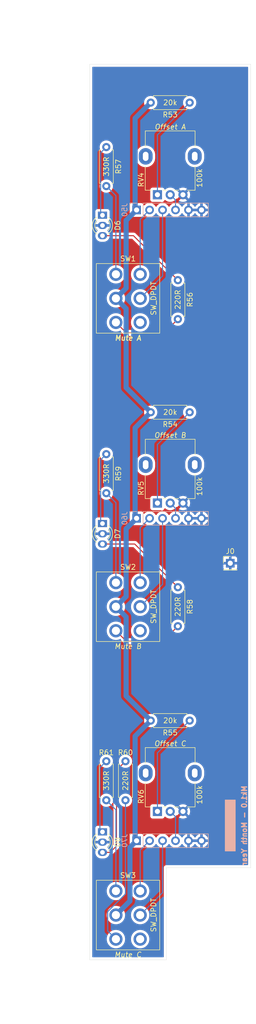
<source format=kicad_pcb>
(kicad_pcb (version 20241229) (generator "pcbnew") (generator_version "9.0")
  (title_block (rev "1") (company "DMH Instruments") (comment 1 "10cm Kosmo format synthesizer module PCB"))
  (layers (0 "F.Cu" signal) (2 "B.Cu" signal) (13 "F.Paste" user) (15 "B.Paste" user) (5 "F.SilkS" user "F.Silkscreen") (7 "B.SilkS" user "B.Silkscreen") (1 "F.Mask" user) (3 "B.Mask" user) (25 "Edge.Cuts" user))
  (net 0 "")
  (net 1 "Net-(D6-A1)")
  (net 2 "Net-(D6-A2)")
  (net 3 "GND")
  (net 4 "Net-(D7-A1)")
  (net 5 "Net-(D7-A2)")
  (net 6 "Net-(D8-A2)")
  (net 7 "Net-(D8-A1)")
  (net 8 "/Inputs and Outputs/Output A Jack")
  (net 9 "+12V")
  (net 10 "/Inputs and Outputs/Mute A Switch")
  (net 11 "/Inputs and Outputs/Offset A Pot")
  (net 12 "/Inputs and Outputs/Offset B Pot")
  (net 13 "/Inputs and Outputs/Output B Jack")
  (net 14 "/Inputs and Outputs/Mute B Switch")
  (net 15 "/Inputs and Outputs/Output C Jack")
  (net 16 "/Inputs and Outputs/Offset C Pot")
  (net 17 "/Inputs and Outputs/Mute C Switch")
  (net 18 "Net-(R53-Pad1)")
  (net 19 "Net-(R54-Pad1)")
  (net 20 "Net-(R55-Pad1)")
  (net 21 "Net-(R56-Pad2)")
  (net 22 "Net-(R57-Pad2)")
  (net 23 "Net-(R58-Pad2)")
  (net 24 "Net-(R59-Pad2)")
  (net 25 "Net-(R60-Pad2)")
  (net 26 "Net-(R61-Pad2)")
  (footprint "Resistor_THT:R_Axial_DIN0207_L6.3mm_D2.5mm_P7.62mm_Horizontal" (layer "F.Cu") (at 87.06 170.75 180)
    (property "Reference" "R55" (at 3.81 -2.37 0) (layer "F.SilkS"))
    (property "Value" "20k" (at 3.81 0 0) (layer "F.SilkS"))
    (fp_line (start 7.08 1.37) (end 7.08 1.04) (stroke (width 0.12)) (layer "F.SilkS"))
    (fp_line (start 7.08 -1.37) (end 7.08 -1.04) (stroke (width 0.12)) (layer "F.SilkS"))
    (fp_line (start 0.54 1.37) (end 7.08 1.37) (stroke (width 0.12)) (layer "F.SilkS"))
    (fp_line (start 0.54 1.04) (end 0.54 1.37) (stroke (width 0.12)) (layer "F.SilkS"))
    (fp_line (start 0.54 -1.04) (end 0.54 -1.37) (stroke (width 0.12)) (layer "F.SilkS"))
    (fp_line (start 0.54 -1.37) (end 7.08 -1.37) (stroke (width 0.12)) (layer "F.SilkS"))
    (pad "1" thru_hole circle (at 0 0 180) (size 1.6 1.6) (drill 0.8) (layers "*.Cu" "*.Mask") (net 20 "Net-(R55-Pad1)"))
    (pad "2" thru_hole oval (at 7.62 0 180) (size 1.6 1.6) (drill 0.8) (layers "*.Cu" "*.Mask") (net 9 "+12V"))
  )
  (footprint "SynthStuff:Potentiometer_Alpha_RD901F-40-00D_Single_Vertical" (layer "F.Cu") (at 80.75 188.5 90)
    (property "Reference" "RV6" (at 2.9 -3.2 90) (layer "F.SilkS"))
    (property "Value" "100k" (at 3.25 8.25 90) (layer "F.SilkS"))
    (property "Function" "Offset C" (at 13.25 2.5 180) (layer "F.SilkS") (effects (font (thickness 0.15) (italic yes))))
    (fp_line (start 0.88 -2.38) (end 5.6 -2.38) (stroke (width 0.12)) (layer "F.SilkS"))
    (fp_line (start 9.41 -2.37) (end 12.47 -2.37) (stroke (width 0.12)) (layer "F.SilkS"))
    (fp_line (start 0.88 -1.19) (end 0.88 -2.37) (stroke (width 0.12)) (layer "F.SilkS"))
    (fp_line (start 0.88 1.71) (end 0.88 1.18) (stroke (width 0.12)) (layer "F.SilkS"))
    (fp_line (start 0.88 4.16) (end 0.88 3.33) (stroke (width 0.12)) (layer "F.SilkS"))
    (fp_line (start 12.47 7.37) (end 12.47 -2.37) (stroke (width 0.12)) (layer "F.SilkS"))
    (fp_line (start 9.41 7.37) (end 12.47 7.37) (stroke (width 0.12)) (layer "F.SilkS"))
    (fp_line (start 0.88 7.37) (end 0.88 5.88) (stroke (width 0.12)) (layer "F.SilkS"))
    (fp_line (start 0.88 7.37) (end 5.6 7.37) (stroke (width 0.12)) (layer "F.SilkS"))
    (pad "" thru_hole oval (at 7.5 -2.3 180) (size 2.72 3.24) (drill oval 1.1 1.8) (layers "*.Cu" "*.Mask"))
    (pad "" thru_hole oval (at 7.5 7.3 180) (size 2.72 3.24) (drill oval 1.1 1.8) (layers "*.Cu" "*.Mask"))
    (pad "1" thru_hole rect (at 0 0 180) (size 1.8 1.8) (drill 1) (layers "*.Cu" "*.Mask") (net 20 "Net-(R55-Pad1)"))
    (pad "2" thru_hole circle (at 0 2.5 180) (size 1.8 1.8) (drill 1) (layers "*.Cu" "*.Mask") (net 16 "/Inputs and Outputs/Offset C Pot"))
    (pad "3" thru_hole circle (at 0 5 180) (size 1.8 1.8) (drill 1) (layers "*.Cu" "*.Mask") (net 3 "GND"))
  )
  (footprint "Resistor_THT:R_Axial_DIN0207_L6.3mm_D2.5mm_P7.62mm_Horizontal" (layer "F.Cu") (at 70.75 178.69 -90)
    (property "Reference" "R61" (at -1.69 0 0) (layer "F.SilkS"))
    (property "Value" "330R" (at 3.81 0 90) (layer "F.SilkS"))
    (fp_line (start 0.54 1.37) (end 7.08 1.37) (stroke (width 0.12)) (layer "F.SilkS"))
    (fp_line (start 7.08 1.37) (end 7.08 1.04) (stroke (width 0.12)) (layer "F.SilkS"))
    (fp_line (start 0.54 1.04) (end 0.54 1.37) (stroke (width 0.12)) (layer "F.SilkS"))
    (fp_line (start 0.54 -1.04) (end 0.54 -1.37) (stroke (width 0.12)) (layer "F.SilkS"))
    (fp_line (start 0.54 -1.37) (end 7.08 -1.37) (stroke (width 0.12)) (layer "F.SilkS"))
    (fp_line (start 7.08 -1.37) (end 7.08 -1.04) (stroke (width 0.12)) (layer "F.SilkS"))
    (pad "1" thru_hole circle (at 0 0 270) (size 1.6 1.6) (drill 0.8) (layers "*.Cu" "*.Mask") (net 7 "Net-(D8-A1)"))
    (pad "2" thru_hole oval (at 7.62 0 270) (size 1.6 1.6) (drill 0.8) (layers "*.Cu" "*.Mask") (net 26 "Net-(R61-Pad2)"))
  )
  (footprint "Resistor_THT:R_Axial_DIN0207_L6.3mm_D2.5mm_P7.62mm_Horizontal" (layer "F.Cu") (at 70.75 58.69 -90)
    (property "Reference" "R57" (at 3.81 -2.37 90) (layer "F.SilkS"))
    (property "Value" "330R" (at 3.81 0 90) (layer "F.SilkS"))
    (fp_line (start 0.54 1.37) (end 7.08 1.37) (stroke (width 0.12)) (layer "F.SilkS"))
    (fp_line (start 7.08 1.37) (end 7.08 1.04) (stroke (width 0.12)) (layer "F.SilkS"))
    (fp_line (start 0.54 1.04) (end 0.54 1.37) (stroke (width 0.12)) (layer "F.SilkS"))
    (fp_line (start 0.54 -1.04) (end 0.54 -1.37) (stroke (width 0.12)) (layer "F.SilkS"))
    (fp_line (start 0.54 -1.37) (end 7.08 -1.37) (stroke (width 0.12)) (layer "F.SilkS"))
    (fp_line (start 7.08 -1.37) (end 7.08 -1.04) (stroke (width 0.12)) (layer "F.SilkS"))
    (pad "1" thru_hole circle (at 0 0 270) (size 1.6 1.6) (drill 0.8) (layers "*.Cu" "*.Mask") (net 1 "Net-(D6-A1)"))
    (pad "2" thru_hole oval (at 7.62 0 270) (size 1.6 1.6) (drill 0.8) (layers "*.Cu" "*.Mask") (net 22 "Net-(R57-Pad2)"))
  )
  (footprint "Connector_PinHeader_2.54mm:PinHeader_1x01_P2.54mm_Vertical" (layer "F.Cu") (at 95 140)
    (property "Reference" "J0" (at 0 -2.33 0) (layer "F.SilkS"))
    (property "Value" "Conn_01x01" (hide yes))
    (fp_line (start -1.33 -1.33) (end 0 -1.33) (stroke (width 0.12)) (layer "F.SilkS"))
    (fp_line (start -1.33 0) (end -1.33 -1.33) (stroke (width 0.12)) (layer "F.SilkS"))
    (fp_line (start -1.33 1.27) (end -1.33 1.33) (stroke (width 0.12)) (layer "F.SilkS"))
    (fp_line (start -1.33 1.27) (end 1.33 1.27) (stroke (width 0.12)) (layer "F.SilkS"))
    (fp_line (start -1.33 1.33) (end 1.33 1.33) (stroke (width 0.12)) (layer "F.SilkS"))
    (fp_line (start 1.33 1.27) (end 1.33 1.33) (stroke (width 0.12)) (layer "F.SilkS"))
    (pad "1" thru_hole rect (at 0 0) (size 1.7 1.7) (drill 1) (layers "*.Cu" "*.Mask") (net 3 "GND"))
  )
  (footprint "Resistor_THT:R_Axial_DIN0207_L6.3mm_D2.5mm_P7.62mm_Horizontal" (layer "F.Cu") (at 84.75 144.69 -90)
    (property "Reference" "R58" (at 3.81 -2.37 90) (layer "F.SilkS"))
    (property "Value" "220R" (at 3.81 0 90) (layer "F.SilkS"))
    (fp_line (start 0.54 1.37) (end 7.08 1.37) (stroke (width 0.12)) (layer "F.SilkS"))
    (fp_line (start 7.08 1.37) (end 7.08 1.04) (stroke (width 0.12)) (layer "F.SilkS"))
    (fp_line (start 0.54 1.04) (end 0.54 1.37) (stroke (width 0.12)) (layer "F.SilkS"))
    (fp_line (start 0.54 -1.04) (end 0.54 -1.37) (stroke (width 0.12)) (layer "F.SilkS"))
    (fp_line (start 0.54 -1.37) (end 7.08 -1.37) (stroke (width 0.12)) (layer "F.SilkS"))
    (fp_line (start 7.08 -1.37) (end 7.08 -1.04) (stroke (width 0.12)) (layer "F.SilkS"))
    (pad "1" thru_hole circle (at 0 0 270) (size 1.6 1.6) (drill 0.8) (layers "*.Cu" "*.Mask") (net 5 "Net-(D7-A2)"))
    (pad "2" thru_hole oval (at 7.62 0 270) (size 1.6 1.6) (drill 0.8) (layers "*.Cu" "*.Mask") (net 23 "Net-(R58-Pad2)"))
  )
  (footprint "SynthStuff:LED_D3.0mm-2color" (layer "F.Cu") (at 70 134.25 -90)
    (property "Reference" "D7" (at 0 -2.96 90) (layer "F.SilkS"))
    (property "Value" "LED_Dual_AKA" (hide yes))
    (fp_line (start -1.56 1.08) (end -1.56 1.236) (stroke (width 0.12)) (layer "F.SilkS"))
    (fp_line (start -1.56 -1.236) (end -1.56 -1.08) (stroke (width 0.12)) (layer "F.SilkS"))
    (fp_arc (start 1.671397 1.080061) (mid 0.095624 1.987701) (end -1.56 1.235516) (stroke (width 0.12)) (layer "F.SilkS"))
    (fp_arc (start 1.04091 1.080049) (mid -0.000035 1.5) (end -1.040961 1.08) (stroke (width 0.12)) (layer "F.SilkS"))
    (fp_arc (start -1.040961 -1.08) (mid -0.000035 -1.5) (end 1.04091 -1.080049) (stroke (width 0.12)) (layer "F.SilkS"))
    (fp_arc (start -1.56 -1.235516) (mid 0.095624 -1.987701) (end 1.671397 -1.080061) (stroke (width 0.12)) (layer "F.SilkS"))
    (pad "1" thru_hole rect (at -2 0 270) (size 1.4 1.8) (drill 0.9) (layers "*.Cu" "*.Mask") (net 4 "Net-(D7-A1)"))
    (pad "2" thru_hole oval (at 0 0 270) (size 1.4 1.8) (drill 0.9) (layers "*.Cu" "*.Mask") (net 3 "GND"))
    (pad "3" thru_hole oval (at 2 0 270) (size 1.4 1.8) (drill 0.9) (layers "*.Cu" "*.Mask") (net 5 "Net-(D7-A2)"))
  )
  (footprint "Resistor_THT:R_Axial_DIN0207_L6.3mm_D2.5mm_P7.62mm_Horizontal" (layer "F.Cu") (at 87.06 50 180)
    (property "Reference" "R53" (at 3.81 -2.37 0) (layer "F.SilkS"))
    (property "Value" "20k" (at 3.81 0 0) (layer "F.SilkS"))
    (fp_line (start 7.08 1.37) (end 7.08 1.04) (stroke (width 0.12)) (layer "F.SilkS"))
    (fp_line (start 7.08 -1.37) (end 7.08 -1.04) (stroke (width 0.12)) (layer "F.SilkS"))
    (fp_line (start 0.54 1.37) (end 7.08 1.37) (stroke (width 0.12)) (layer "F.SilkS"))
    (fp_line (start 0.54 1.04) (end 0.54 1.37) (stroke (width 0.12)) (layer "F.SilkS"))
    (fp_line (start 0.54 -1.04) (end 0.54 -1.37) (stroke (width 0.12)) (layer "F.SilkS"))
    (fp_line (start 0.54 -1.37) (end 7.08 -1.37) (stroke (width 0.12)) (layer "F.SilkS"))
    (pad "1" thru_hole circle (at 0 0 180) (size 1.6 1.6) (drill 0.8) (layers "*.Cu" "*.Mask") (net 18 "Net-(R53-Pad1)"))
    (pad "2" thru_hole oval (at 7.62 0 180) (size 1.6 1.6) (drill 0.8) (layers "*.Cu" "*.Mask") (net 9 "+12V"))
  )
  (footprint "SynthStuff:Toggle_Switch_2_Poles_THT" (layer "F.Cu") (at 75 208.75 180)
    (property "Reference" "SW3" (at 0 7.75 0) (layer "F.SilkS"))
    (property "Value" "SW_DPDT" (at -5 0 90) (layer "F.SilkS"))
    (property "Function" "Mute C" (at 0 -7.75 0) (layer "F.SilkS") (effects (font (thickness 0.15) (italic yes))))
    (fp_rect (start -6.2 -6.8) (end 6.2 6.8) (stroke (width 0.12)) (fill no) (layer "F.SilkS"))
    (pad "1" thru_hole circle (at -2.375 4.7 270) (size 2.6 2.6) (drill 1.6) (layers "*.Cu" "*.Mask") (net 17 "/Inputs and Outputs/Mute C Switch"))
    (pad "2" thru_hole circle (at -2.375 0 270) (size 2.6 2.6) (drill 1.6) (layers "*.Cu" "*.Mask") (net 15 "/Inputs and Outputs/Output C Jack"))
    (pad "3" thru_hole circle (at -2.375 -4.7 270) (size 2.6 2.6) (drill 1.6) (layers "*.Cu" "*.Mask"))
    (pad "4" thru_hole circle (at 2.375 4.7 270) (size 2.6 2.6) (drill 1.6) (layers "*.Cu" "*.Mask") (net 26 "Net-(R61-Pad2)"))
    (pad "5" thru_hole circle (at 2.375 0 270) (size 2.6 2.6) (drill 1.6) (layers "*.Cu" "*.Mask") (net 9 "+12V"))
    (pad "6" thru_hole circle (at 2.375 -4.7 270) (size 2.6 2.6) (drill 1.6) (layers "*.Cu" "*.Mask") (net 25 "Net-(R60-Pad2)"))
  )
  (footprint "SynthStuff:LED_D3.0mm-2color" (layer "F.Cu") (at 70 194.5 -90)
    (property "Reference" "D8" (at 0 -2.96 90) (layer "F.SilkS"))
    (property "Value" "LED_Dual_AKA" (hide yes))
    (fp_line (start -1.56 1.08) (end -1.56 1.236) (stroke (width 0.12)) (layer "F.SilkS"))
    (fp_line (start -1.56 -1.236) (end -1.56 -1.08) (stroke (width 0.12)) (layer "F.SilkS"))
    (fp_arc (start 1.671397 1.080061) (mid 0.095624 1.987701) (end -1.56 1.235516) (stroke (width 0.12)) (layer "F.SilkS"))
    (fp_arc (start 1.04091 1.080049) (mid -0.000035 1.5) (end -1.040961 1.08) (stroke (width 0.12)) (layer "F.SilkS"))
    (fp_arc (start -1.040961 -1.08) (mid -0.000035 -1.5) (end 1.04091 -1.080049) (stroke (width 0.12)) (layer "F.SilkS"))
    (fp_arc (start -1.56 -1.235516) (mid 0.095624 -1.987701) (end 1.671397 -1.080061) (stroke (width 0.12)) (layer "F.SilkS"))
    (pad "1" thru_hole rect (at -2 0 270) (size 1.4 1.8) (drill 0.9) (layers "*.Cu" "*.Mask") (net 7 "Net-(D8-A1)"))
    (pad "2" thru_hole oval (at 0 0 270) (size 1.4 1.8) (drill 0.9) (layers "*.Cu" "*.Mask") (net 3 "GND"))
    (pad "3" thru_hole oval (at 2 0 270) (size 1.4 1.8) (drill 0.9) (layers "*.Cu" "*.Mask") (net 6 "Net-(D8-A2)"))
  )
  (footprint "SynthStuff:Potentiometer_Alpha_RD901F-40-00D_Single_Vertical" (layer "F.Cu") (at 80.75 68 90)
    (property "Reference" "RV4" (at 2.9 -3.2 90) (layer "F.SilkS"))
    (property "Value" "100k" (at 3.25 8.25 90) (layer "F.SilkS"))
    (property "Function" "Offset A" (at 13.25 2.5 180) (layer "F.SilkS") (effects (font (thickness 0.15) (italic yes))))
    (fp_line (start 0.88 -2.38) (end 5.6 -2.38) (stroke (width 0.12)) (layer "F.SilkS"))
    (fp_line (start 9.41 -2.37) (end 12.47 -2.37) (stroke (width 0.12)) (layer "F.SilkS"))
    (fp_line (start 0.88 -1.19) (end 0.88 -2.37) (stroke (width 0.12)) (layer "F.SilkS"))
    (fp_line (start 0.88 1.71) (end 0.88 1.18) (stroke (width 0.12)) (layer "F.SilkS"))
    (fp_line (start 0.88 4.16) (end 0.88 3.33) (stroke (width 0.12)) (layer "F.SilkS"))
    (fp_line (start 12.47 7.37) (end 12.47 -2.37) (stroke (width 0.12)) (layer "F.SilkS"))
    (fp_line (start 9.41 7.37) (end 12.47 7.37) (stroke (width 0.12)) (layer "F.SilkS"))
    (fp_line (start 0.88 7.37) (end 0.88 5.88) (stroke (width 0.12)) (layer "F.SilkS"))
    (fp_line (start 0.88 7.37) (end 5.6 7.37) (stroke (width 0.12)) (layer "F.SilkS"))
    (pad "" thru_hole oval (at 7.5 -2.3 180) (size 2.72 3.24) (drill oval 1.1 1.8) (layers "*.Cu" "*.Mask"))
    (pad "" thru_hole oval (at 7.5 7.3 180) (size 2.72 3.24) (drill oval 1.1 1.8) (layers "*.Cu" "*.Mask"))
    (pad "1" thru_hole rect (at 0 0 180) (size 1.8 1.8) (drill 1) (layers "*.Cu" "*.Mask") (net 18 "Net-(R53-Pad1)"))
    (pad "2" thru_hole circle (at 0 2.5 180) (size 1.8 1.8) (drill 1) (layers "*.Cu" "*.Mask") (net 11 "/Inputs and Outputs/Offset A Pot"))
    (pad "3" thru_hole circle (at 0 5 180) (size 1.8 1.8) (drill 1) (layers "*.Cu" "*.Mask") (net 3 "GND"))
  )
  (footprint "Resistor_THT:R_Axial_DIN0207_L6.3mm_D2.5mm_P7.62mm_Horizontal" (layer "F.Cu") (at 87.06 110.5 180)
    (property "Reference" "R54" (at 3.81 -2.37 0) (layer "F.SilkS"))
    (property "Value" "20k" (at 3.81 0 0) (layer "F.SilkS"))
    (fp_line (start 7.08 1.37) (end 7.08 1.04) (stroke (width 0.12)) (layer "F.SilkS"))
    (fp_line (start 7.08 -1.37) (end 7.08 -1.04) (stroke (width 0.12)) (layer "F.SilkS"))
    (fp_line (start 0.54 1.37) (end 7.08 1.37) (stroke (width 0.12)) (layer "F.SilkS"))
    (fp_line (start 0.54 1.04) (end 0.54 1.37) (stroke (width 0.12)) (layer "F.SilkS"))
    (fp_line (start 0.54 -1.04) (end 0.54 -1.37) (stroke (width 0.12)) (layer "F.SilkS"))
    (fp_line (start 0.54 -1.37) (end 7.08 -1.37) (stroke (width 0.12)) (layer "F.SilkS"))
    (pad "1" thru_hole circle (at 0 0 180) (size 1.6 1.6) (drill 0.8) (layers "*.Cu" "*.Mask") (net 19 "Net-(R54-Pad1)"))
    (pad "2" thru_hole oval (at 7.62 0 180) (size 1.6 1.6) (drill 0.8) (layers "*.Cu" "*.Mask") (net 9 "+12V"))
  )
  (footprint "SynthStuff:Toggle_Switch_2_Poles_THT" (layer "F.Cu") (at 75 148.5 180)
    (property "Reference" "SW2" (at 0 7.75 0) (layer "F.SilkS"))
    (property "Value" "SW_DPDT" (at -5 0 90) (layer "F.SilkS"))
    (property "Function" "Mute B" (at 0 -7.75 0) (layer "F.SilkS") (effects (font (thickness 0.15) (italic yes))))
    (fp_rect (start -6.2 -6.8) (end 6.2 6.8) (stroke (width 0.12)) (fill no) (layer "F.SilkS"))
    (pad "1" thru_hole circle (at -2.375 4.7 270) (size 2.6 2.6) (drill 1.6) (layers "*.Cu" "*.Mask") (net 14 "/Inputs and Outputs/Mute B Switch"))
    (pad "2" thru_hole circle (at -2.375 0 270) (size 2.6 2.6) (drill 1.6) (layers "*.Cu" "*.Mask") (net 13 "/Inputs and Outputs/Output B Jack"))
    (pad "3" thru_hole circle (at -2.375 -4.7 270) (size 2.6 2.6) (drill 1.6) (layers "*.Cu" "*.Mask"))
    (pad "4" thru_hole circle (at 2.375 4.7 270) (size 2.6 2.6) (drill 1.6) (layers "*.Cu" "*.Mask") (net 24 "Net-(R59-Pad2)"))
    (pad "5" thru_hole circle (at 2.375 0 270) (size 2.6 2.6) (drill 1.6) (layers "*.Cu" "*.Mask") (net 9 "+12V"))
    (pad "6" thru_hole circle (at 2.375 -4.7 270) (size 2.6 2.6) (drill 1.6) (layers "*.Cu" "*.Mask") (net 23 "Net-(R58-Pad2)"))
  )
  (footprint "SynthStuff:LED_D3.0mm-2color" (layer "F.Cu") (at 70 74 -90)
    (property "Reference" "D6" (at 0 -2.96 90) (layer "F.SilkS"))
    (property "Value" "LED_Dual_AKA" (hide yes))
    (fp_line (start -1.56 1.08) (end -1.56 1.236) (stroke (width 0.12)) (layer "F.SilkS"))
    (fp_line (start -1.56 -1.236) (end -1.56 -1.08) (stroke (width 0.12)) (layer "F.SilkS"))
    (fp_arc (start 1.671397 1.080061) (mid 0.095624 1.987701) (end -1.56 1.235516) (stroke (width 0.12)) (layer "F.SilkS"))
    (fp_arc (start 1.04091 1.080049) (mid -0.000035 1.5) (end -1.040961 1.08) (stroke (width 0.12)) (layer "F.SilkS"))
    (fp_arc (start -1.040961 -1.08) (mid -0.000035 -1.5) (end 1.04091 -1.080049) (stroke (width 0.12)) (layer "F.SilkS"))
    (fp_arc (start -1.56 -1.235516) (mid 0.095624 -1.987701) (end 1.671397 -1.080061) (stroke (width 0.12)) (layer "F.SilkS"))
    (pad "1" thru_hole rect (at -2 0 270) (size 1.4 1.8) (drill 0.9) (layers "*.Cu" "*.Mask") (net 1 "Net-(D6-A1)"))
    (pad "2" thru_hole oval (at 0 0 270) (size 1.4 1.8) (drill 0.9) (layers "*.Cu" "*.Mask") (net 3 "GND"))
    (pad "3" thru_hole oval (at 2 0 270) (size 1.4 1.8) (drill 0.9) (layers "*.Cu" "*.Mask") (net 2 "Net-(D6-A2)"))
  )
  (footprint "Resistor_THT:R_Axial_DIN0207_L6.3mm_D2.5mm_P7.62mm_Horizontal" (layer "F.Cu") (at 70.75 118.69 -90)
    (property "Reference" "R59" (at 3.81 -2.37 90) (layer "F.SilkS"))
    (property "Value" "330R" (at 3.81 0 90) (layer "F.SilkS"))
    (fp_line (start 0.54 1.37) (end 7.08 1.37) (stroke (width 0.12)) (layer "F.SilkS"))
    (fp_line (start 7.08 1.37) (end 7.08 1.04) (stroke (width 0.12)) (layer "F.SilkS"))
    (fp_line (start 0.54 1.04) (end 0.54 1.37) (stroke (width 0.12)) (layer "F.SilkS"))
    (fp_line (start 0.54 -1.04) (end 0.54 -1.37) (stroke (width 0.12)) (layer "F.SilkS"))
    (fp_line (start 0.54 -1.37) (end 7.08 -1.37) (stroke (width 0.12)) (layer "F.SilkS"))
    (fp_line (start 7.08 -1.37) (end 7.08 -1.04) (stroke (width 0.12)) (layer "F.SilkS"))
    (pad "1" thru_hole circle (at 0 0 270) (size 1.6 1.6) (drill 0.8) (layers "*.Cu" "*.Mask") (net 4 "Net-(D7-A1)"))
    (pad "2" thru_hole oval (at 7.62 0 270) (size 1.6 1.6) (drill 0.8) (layers "*.Cu" "*.Mask") (net 24 "Net-(R59-Pad2)"))
  )
  (footprint "SynthStuff:Toggle_Switch_2_Poles_THT" (layer "F.Cu") (at 75 88.25 180)
    (property "Reference" "SW1" (at 0 7.75 0) (layer "F.SilkS"))
    (property "Value" "SW_DPDT" (at -5 0 90) (layer "F.SilkS"))
    (property "Function" "Mute A" (at 0 -7.75 0) (layer "F.SilkS") (effects (font (thickness 0.2) (bold yes) (italic yes))))
    (fp_rect (start -6.2 -6.8) (end 6.2 6.8) (stroke (width 0.12)) (fill no) (layer "F.SilkS"))
    (pad "1" thru_hole circle (at -2.375 4.7 270) (size 2.6 2.6) (drill 1.6) (layers "*.Cu" "*.Mask") (net 10 "/Inputs and Outputs/Mute A Switch"))
    (pad "2" thru_hole circle (at -2.375 0 270) (size 2.6 2.6) (drill 1.6) (layers "*.Cu" "*.Mask") (net 8 "/Inputs and Outputs/Output A Jack"))
    (pad "3" thru_hole circle (at -2.375 -4.7 270) (size 2.6 2.6) (drill 1.6) (layers "*.Cu" "*.Mask"))
    (pad "4" thru_hole circle (at 2.375 4.7 270) (size 2.6 2.6) (drill 1.6) (layers "*.Cu" "*.Mask") (net 22 "Net-(R57-Pad2)"))
    (pad "5" thru_hole circle (at 2.375 0 270) (size 2.6 2.6) (drill 1.6) (layers "*.Cu" "*.Mask") (net 9 "+12V"))
    (pad "6" thru_hole circle (at 2.375 -4.7 270) (size 2.6 2.6) (drill 1.6) (layers "*.Cu" "*.Mask") (net 21 "Net-(R56-Pad2)"))
  )
  (footprint "Resistor_THT:R_Axial_DIN0207_L6.3mm_D2.5mm_P7.62mm_Horizontal" (layer "F.Cu") (at 74.5 178.69 -90)
    (property "Reference" "R60" (at -1.69 0 180) (layer "F.SilkS"))
    (property "Value" "220R" (at 3.81 0 90) (layer "F.SilkS"))
    (fp_line (start 0.54 1.37) (end 7.08 1.37) (stroke (width 0.12)) (layer "F.SilkS"))
    (fp_line (start 7.08 1.37) (end 7.08 1.04) (stroke (width 0.12)) (layer "F.SilkS"))
    (fp_line (start 0.54 1.04) (end 0.54 1.37) (stroke (width 0.12)) (layer "F.SilkS"))
    (fp_line (start 0.54 -1.04) (end 0.54 -1.37) (stroke (width 0.12)) (layer "F.SilkS"))
    (fp_line (start 0.54 -1.37) (end 7.08 -1.37) (stroke (width 0.12)) (layer "F.SilkS"))
    (fp_line (start 7.08 -1.37) (end 7.08 -1.04) (stroke (width 0.12)) (layer "F.SilkS"))
    (pad "1" thru_hole circle (at 0 0 270) (size 1.6 1.6) (drill 0.8) (layers "*.Cu" "*.Mask") (net 6 "Net-(D8-A2)"))
    (pad "2" thru_hole oval (at 7.62 0 270) (size 1.6 1.6) (drill 0.8) (layers "*.Cu" "*.Mask") (net 25 "Net-(R60-Pad2)"))
  )
  (footprint "SynthStuff:Potentiometer_Alpha_RD901F-40-00D_Single_Vertical" (layer "F.Cu") (at 80.75 128.25 90)
    (property "Reference" "RV5" (at 2.9 -3.2 90) (layer "F.SilkS"))
    (property "Value" "100k" (at 3.25 8.25 90) (layer "F.SilkS"))
    (property "Function" "Offset B" (at 13.25 2.5 180) (layer "F.SilkS") (effects (font (thickness 0.15) (italic yes))))
    (fp_line (start 0.88 -2.38) (end 5.6 -2.38) (stroke (width 0.12)) (layer "F.SilkS"))
    (fp_line (start 9.41 -2.37) (end 12.47 -2.37) (stroke (width 0.12)) (layer "F.SilkS"))
    (fp_line (start 0.88 -1.19) (end 0.88 -2.37) (stroke (width 0.12)) (layer "F.SilkS"))
    (fp_line (start 0.88 1.71) (end 0.88 1.18) (stroke (width 0.12)) (layer "F.SilkS"))
    (fp_line (start 0.88 4.16) (end 0.88 3.33) (stroke (width 0.12)) (layer "F.SilkS"))
    (fp_line (start 12.47 7.37) (end 12.47 -2.37) (stroke (width 0.12)) (layer "F.SilkS"))
    (fp_line (start 9.41 7.37) (end 12.47 7.37) (stroke (width 0.12)) (layer "F.SilkS"))
    (fp_line (start 0.88 7.37) (end 0.88 5.88) (stroke (width 0.12)) (layer "F.SilkS"))
    (fp_line (start 0.88 7.37) (end 5.6 7.37) (stroke (width 0.12)) (layer "F.SilkS"))
    (pad "" thru_hole oval (at 7.5 -2.3 180) (size 2.72 3.24) (drill oval 1.1 1.8) (layers "*.Cu" "*.Mask"))
    (pad "" thru_hole oval (at 7.5 7.3 180) (size 2.72 3.24) (drill oval 1.1 1.8) (layers "*.Cu" "*.Mask"))
    (pad "1" thru_hole rect (at 0 0 180) (size 1.8 1.8) (drill 1) (layers "*.Cu" "*.Mask") (net 19 "Net-(R54-Pad1)"))
    (pad "2" thru_hole circle (at 0 2.5 180) (size 1.8 1.8) (drill 1) (layers "*.Cu" "*.Mask") (net 12 "/Inputs and Outputs/Offset B Pot"))
    (pad "3" thru_hole circle (at 0 5 180) (size 1.8 1.8) (drill 1) (layers "*.Cu" "*.Mask") (net 3 "GND"))
  )
  (footprint "Resistor_THT:R_Axial_DIN0207_L6.3mm_D2.5mm_P7.62mm_Horizontal" (layer "F.Cu") (at 84.75 84.69 -90)
    (property "Reference" "R56" (at 3.81 -2.37 90) (layer "F.SilkS"))
    (property "Value" "220R" (at 3.81 0 90) (layer "F.SilkS"))
    (fp_line (start 0.54 1.37) (end 7.08 1.37) (stroke (width 0.12)) (layer "F.SilkS"))
    (fp_line (start 7.08 1.37) (end 7.08 1.04) (stroke (width 0.12)) (layer "F.SilkS"))
    (fp_line (start 0.54 1.04) (end 0.54 1.37) (stroke (width 0.12)) (layer "F.SilkS"))
    (fp_line (start 0.54 -1.04) (end 0.54 -1.37) (stroke (width 0.12)) (layer "F.SilkS"))
    (fp_line (start 0.54 -1.37) (end 7.08 -1.37) (stroke (width 0.12)) (layer "F.SilkS"))
    (fp_line (start 7.08 -1.37) (end 7.08 -1.04) (stroke (width 0.12)) (layer "F.SilkS"))
    (pad "1" thru_hole circle (at 0 0 270) (size 1.6 1.6) (drill 0.8) (layers "*.Cu" "*.Mask") (net 2 "Net-(D6-A2)"))
    (pad "2" thru_hole oval (at 7.62 0 270) (size 1.6 1.6) (drill 0.8) (layers "*.Cu" "*.Mask") (net 21 "Net-(R56-Pad2)"))
  )
  (footprint "Connector_PinHeader_2.54mm:PinHeader_1x06_P2.54mm_Vertical" (layer "B.Cu") (at 76.675 131.225 -90)
    (property "Reference" "J60" (at 0 2.33 90) (layer "B.SilkS") (effects (justify mirror)))
    (property "Value" "Conn_01x06" (hide yes))
    (fp_line (start -1.33 1.33) (end 0 1.33) (stroke (width 0.12)) (layer "B.SilkS"))
    (fp_line (start -1.33 0) (end -1.33 1.33) (stroke (width 0.12)) (layer "B.SilkS"))
    (fp_line (start -1.33 -1.27) (end 1.33 -1.27) (stroke (width 0.12)) (layer "B.SilkS"))
    (fp_line (start -1.33 -1.27) (end -1.33 -14.03) (stroke (width 0.12)) (layer "B.SilkS"))
    (fp_line (start 1.33 -1.27) (end 1.33 -14.03) (stroke (width 0.12)) (layer "B.SilkS"))
    (fp_line (start -1.33 -14.03) (end 1.33 -14.03) (stroke (width 0.12)) (layer "B.SilkS"))
    (pad "1" thru_hole rect (at 0 0 270) (size 1.7 1.7) (drill 1) (layers "*.Cu" "*.Mask") (net 9 "+12V"))
    (pad "2" thru_hole oval (at 0 -2.54 270) (size 1.7 1.7) (drill 1) (layers "*.Cu" "*.Mask") (net 14 "/Inputs and Outputs/Mute B Switch"))
    (pad "3" thru_hole oval (at 0 -5.08 270) (size 1.7 1.7) (drill 1) (layers "*.Cu" "*.Mask") (net 13 "/Inputs and Outputs/Output B Jack"))
    (pad "4" thru_hole oval (at 0 -7.62 270) (size 1.7 1.7) (drill 1) (layers "*.Cu" "*.Mask") (net 12 "/Inputs and Outputs/Offset B Pot"))
    (pad "5" thru_hole oval (at 0 -10.16 270) (size 1.7 1.7) (drill 1) (layers "*.Cu" "*.Mask") (net 3 "GND"))
    (pad "6" thru_hole oval (at 0 -12.7 270) (size 1.7 1.7) (drill 1) (layers "*.Cu" "*.Mask") (net 3 "GND"))
  )
  (footprint "Connector_PinHeader_2.54mm:PinHeader_1x06_P2.54mm_Vertical" (layer "B.Cu") (at 76.675 194.225 -90)
    (property "Reference" "J70" (at 0 2.33 90) (layer "B.SilkS") (effects (justify mirror)))
    (property "Value" "Conn_01x06" (hide yes))
    (fp_line (start -1.33 1.33) (end 0 1.33) (stroke (width 0.12)) (layer "B.SilkS"))
    (fp_line (start -1.33 0) (end -1.33 1.33) (stroke (width 0.12)) (layer "B.SilkS"))
    (fp_line (start -1.33 -1.27) (end 1.33 -1.27) (stroke (width 0.12)) (layer "B.SilkS"))
    (fp_line (start -1.33 -1.27) (end -1.33 -14.03) (stroke (width 0.12)) (layer "B.SilkS"))
    (fp_line (start 1.33 -1.27) (end 1.33 -14.03) (stroke (width 0.12)) (layer "B.SilkS"))
    (fp_line (start -1.33 -14.03) (end 1.33 -14.03) (stroke (width 0.12)) (layer "B.SilkS"))
    (pad "1" thru_hole rect (at 0 0 270) (size 1.7 1.7) (drill 1) (layers "*.Cu" "*.Mask") (net 9 "+12V"))
    (pad "2" thru_hole oval (at 0 -2.54 270) (size 1.7 1.7) (drill 1) (layers "*.Cu" "*.Mask") (net 17 "/Inputs and Outputs/Mute C Switch"))
    (pad "3" thru_hole oval (at 0 -5.08 270) (size 1.7 1.7) (drill 1) (layers "*.Cu" "*.Mask") (net 15 "/Inputs and Outputs/Output C Jack"))
    (pad "4" thru_hole oval (at 0 -7.62 270) (size 1.7 1.7) (drill 1) (layers "*.Cu" "*.Mask") (net 16 "/Inputs and Outputs/Offset C Pot"))
    (pad "5" thru_hole oval (at 0 -10.16 270) (size 1.7 1.7) (drill 1) (layers "*.Cu" "*.Mask") (net 3 "GND"))
    (pad "6" thru_hole oval (at 0 -12.7 270) (size 1.7 1.7) (drill 1) (layers "*.Cu" "*.Mask") (net 3 "GND"))
  )
  (footprint "Connector_PinHeader_2.54mm:PinHeader_1x06_P2.54mm_Vertical" (layer "B.Cu") (at 76.675 70.975 -90)
    (property "Reference" "J50" (at 0 2.33 90) (layer "B.SilkS") (effects (justify mirror)))
    (property "Value" "Conn_01x06" (hide yes))
    (fp_line (start -1.33 1.33) (end 0 1.33) (stroke (width 0.12)) (layer "B.SilkS"))
    (fp_line (start -1.33 0) (end -1.33 1.33) (stroke (width 0.12)) (layer "B.SilkS"))
    (fp_line (start -1.33 -1.27) (end 1.33 -1.27) (stroke (width 0.12)) (layer "B.SilkS"))
    (fp_line (start -1.33 -1.27) (end -1.33 -14.03) (stroke (width 0.12)) (layer "B.SilkS"))
    (fp_line (start 1.33 -1.27) (end 1.33 -14.03) (stroke (width 0.12)) (layer "B.SilkS"))
    (fp_line (start -1.33 -14.03) (end 1.33 -14.03) (stroke (width 0.12)) (layer "B.SilkS"))
    (pad "1" thru_hole rect (at 0 0 270) (size 1.7 1.7) (drill 1) (layers "*.Cu" "*.Mask") (net 9 "+12V"))
    (pad "2" thru_hole oval (at 0 -2.54 270) (size 1.7 1.7) (drill 1) (layers "*.Cu" "*.Mask") (net 10 "/Inputs and Outputs/Mute A Switch"))
    (pad "3" thru_hole oval (at 0 -5.08 270) (size 1.7 1.7) (drill 1) (layers "*.Cu" "*.Mask") (net 8 "/Inputs and Outputs/Output A Jack"))
    (pad "4" thru_hole oval (at 0 -7.62 270) (size 1.7 1.7) (drill 1) (layers "*.Cu" "*.Mask") (net 11 "/Inputs and Outputs/Offset A Pot"))
    (pad "5" thru_hole oval (at 0 -10.16 270) (size 1.7 1.7) (drill 1) (layers "*.Cu" "*.Mask") (net 3 "GND"))
    (pad "6" thru_hole oval (at 0 -12.7 270) (size 1.7 1.7) (drill 1) (layers "*.Cu" "*.Mask") (net 3 "GND"))
  )
  (gr_rect (start 94 186.25) (end 96 196.25) (stroke (width 0.1)) (fill yes) (layer "B.SilkS"))
  (gr_line (start 67.5 42.5) (end 67.5 217.5) (stroke (width 0.05)) (layer "Edge.Cuts"))
  (gr_line (start 99 199.5) (end 82.5 199.5) (stroke (width 0.05)) (layer "Edge.Cuts"))
  (gr_line (start 82.5 217.5) (end 82.5 199.5) (stroke (width 0.05)) (layer "Edge.Cuts"))
  (gr_line (start 67.5 217.5) (end 82.5 217.5) (stroke (width 0.05)) (layer "Edge.Cuts"))
  (gr_line (start 99 42.5) (end 99 199.5) (stroke (width 0.05)) (layer "Edge.Cuts"))
  (gr_line (start 67.5 42.5) (end 99 42.5) (stroke (width 0.05)) (layer "Edge.Cuts"))
  (gr_text "Mk1.0 - Month Year" (at 97.75 191.25 90) (layer "B.SilkS") (effects (font (size 1 1) (thickness 0.25) (bold yes)) (justify mirror)))
  (segment (start 70.75 58.69) (end 69.649 59.791) (width 0.2) (layer "B.Cu") (net 1))
  (segment (start 69.649 59.791) (end 69.649 71.649) (width 0.2) (layer "B.Cu") (net 1))
  (segment (start 69.649 71.649) (end 70 72) (width 0.2) (layer "B.Cu") (net 1))
  (segment (start 70 76) (end 76.06 76) (width 0.2) (layer "F.Cu") (net 2))
  (segment (start 76.06 76) (end 84.75 84.69) (width 0.2) (layer "F.Cu") (net 2))
  (segment (start 70.75 118.69) (end 69.649 119.791) (width 0.2) (layer "B.Cu") (net 4))
  (segment (start 69.649 131.899) (end 70 132.25) (width 0.2) (layer "B.Cu") (net 4))
  (segment (start 69.649 119.791) (end 69.649 131.899) (width 0.2) (layer "B.Cu") (net 4))
  (segment (start 70 136.25) (end 76.31 136.25) (width 0.2) (layer "F.Cu") (net 5))
  (segment (start 76.31 136.25) (end 84.75 144.69) (width 0.2) (layer "F.Cu") (net 5))
  (segment (start 74.5 178.69) (end 72.75 180.44) (width 0.2) (layer "F.Cu") (net 6))
  (segment (start 72.75 195.25) (end 71.5 196.5) (width 0.2) (layer "F.Cu") (net 6))
  (segment (start 72.75 180.44) (end 72.75 195.25) (width 0.2) (layer "F.Cu") (net 6))
  (segment (start 71.5 196.5) (end 70 196.5) (width 0.2) (layer "F.Cu") (net 6))
  (segment (start 69.5 179.94) (end 69.5 192) (width 0.2) (layer "B.Cu") (net 7))
  (segment (start 70.75 178.69) (end 69.5 179.94) (width 0.2) (layer "B.Cu") (net 7))
  (segment (start 69.5 192) (end 70 192.5) (width 0.2) (layer "B.Cu") (net 7))
  (segment (start 81.755 83.87) (end 77.375 88.25) (width 0.2) (layer "B.Cu") (net 8))
  (segment (start 81.755 70.975) (end 81.755 83.87) (width 0.2) (layer "B.Cu") (net 8))
  (segment (start 76.675 194.225) (end 75.374 195.526) (width 1) (layer "B.Cu") (net 9))
  (segment (start 79.44 170.75) (end 76.389 173.801) (width 1) (layer "B.Cu") (net 9))
  (segment (start 79.44 110.5) (end 76.389 113.551) (width 1) (layer "B.Cu") (net 9))
  (segment (start 74.626 86.249) (end 72.625 88.25) (width 1) (layer "B.Cu") (net 9))
  (segment (start 72.625 148.5) (end 74.626 150.501) (width 1) (layer "B.Cu") (net 9))
  (segment (start 76.389 173.801) (end 76.389 193.939) (width 1) (layer "B.Cu") (net 9))
  (segment (start 75.374 206.001) (end 72.625 208.75) (width 1) (layer "B.Cu") (net 9))
  (segment (start 74.626 165.936) (end 79.44 170.75) (width 1) (layer "B.Cu") (net 9))
  (segment (start 74.626 133.274) (end 74.626 146.499) (width 1) (layer "B.Cu") (net 9))
  (segment (start 76.389 70.689) (end 76.675 70.975) (width 1) (layer "B.Cu") (net 9))
  (segment (start 76.675 131.225) (end 74.626 133.274) (width 1) (layer "B.Cu") (net 9))
  (segment (start 74.626 105.686) (end 79.44 110.5) (width 1) (layer "B.Cu") (net 9))
  (segment (start 72.625 88.25) (end 74.626 90.251) (width 1) (layer "B.Cu") (net 9))
  (segment (start 76.389 113.551) (end 76.389 130.939) (width 1) (layer "B.Cu") (net 9))
  (segment (start 75.374 195.526) (end 75.374 206.001) (width 1) (layer "B.Cu") (net 9))
  (segment (start 74.626 73.024) (end 74.626 86.249) (width 1) (layer "B.Cu") (net 9))
  (segment (start 74.626 150.501) (end 74.626 165.936) (width 1) (layer "B.Cu") (net 9))
  (segment (start 76.389 53.051) (end 76.389 70.689) (width 1) (layer "B.Cu") (net 9))
  (segment (start 76.389 193.939) (end 76.675 194.225) (width 1) (layer "B.Cu") (net 9))
  (segment (start 79.44 50) (end 76.389 53.051) (width 1) (layer "B.Cu") (net 9))
  (segment (start 74.626 90.251) (end 74.626 105.686) (width 1) (layer "B.Cu") (net 9))
  (segment (start 76.389 130.939) (end 76.675 131.225) (width 1) (layer "B.Cu") (net 9))
  (segment (start 76.675 70.975) (end 74.626 73.024) (width 1) (layer "B.Cu") (net 9))
  (segment (start 74.626 146.499) (end 72.625 148.5) (width 1) (layer "B.Cu") (net 9))
  (segment (start 79.215 70.975) (end 77.375 72.815) (width 0.2) (layer "B.Cu") (net 10))
  (segment (start 77.375 72.815) (end 77.375 83.55) (width 0.2) (layer "B.Cu") (net 10))
  (segment (start 84.295 69.045) (end 84.295 70.975) (width 0.2) (layer "B.Cu") (net 11))
  (segment (start 83.25 68) (end 84.295 69.045) (width 0.2) (layer "B.Cu") (net 11))
  (segment (start 83.25 128.25) (end 84.295 129.295) (width 0.2) (layer "B.Cu") (net 12))
  (segment (start 84.295 129.295) (end 84.295 131.225) (width 0.2) (layer "B.Cu") (net 12))
  (segment (start 81.755 144.12) (end 77.375 148.5) (width 0.2) (layer "B.Cu") (net 13))
  (segment (start 81.755 131.225) (end 81.755 144.12) (width 0.2) (layer "B.Cu") (net 13))
  (segment (start 77.375 133.065) (end 77.375 143.8) (width 0.2) (layer "B.Cu") (net 14))
  (segment (start 79.215 131.225) (end 77.375 133.065) (width 0.2) (layer "B.Cu") (net 14))
  (segment (start 81.755 204.37) (end 77.375 208.75) (width 0.2) (layer "B.Cu") (net 15))
  (segment (start 81.755 194.225) (end 81.755 204.37) (width 0.2) (layer "B.Cu") (net 15))
  (segment (start 83.25 188.5) (end 84.295 189.545) (width 0.2) (layer "B.Cu") (net 16))
  (segment (start 84.295 189.545) (end 84.295 194.225) (width 0.2) (layer "B.Cu") (net 16))
  (segment (start 77.375 196.065) (end 77.375 204.05) (width 0.2) (layer "B.Cu") (net 17))
  (segment (start 79.215 194.225) (end 77.375 196.065) (width 0.2) (layer "B.Cu") (net 17))
  (segment (start 87.06 50) (end 80.75 56.31) (width 0.2) (layer "B.Cu") (net 18))
  (segment (start 80.75 56.31) (end 80.75 68) (width 0.2) (layer "B.Cu") (net 18))
  (segment (start 87.06 110.5) (end 80.75 116.81) (width 0.2) (layer "B.Cu") (net 19))
  (segment (start 80.75 116.81) (end 80.75 128.25) (width 0.2) (layer "B.Cu") (net 19))
  (segment (start 80.75 177.06) (end 80.75 188.5) (width 0.2) (layer "B.Cu") (net 20))
  (segment (start 87.06 170.75) (end 80.75 177.06) (width 0.2) (layer "B.Cu") (net 20))
  (segment (start 74.675 95) (end 72.625 92.95) (width 0.2) (layer "F.Cu") (net 21))
  (segment (start 82.06 95) (end 74.675 95) (width 0.2) (layer "F.Cu") (net 21))
  (segment (start 84.75 92.31) (end 82.06 95) (width 0.2) (layer "F.Cu") (net 21))
  (segment (start 72.625 68.185) (end 72.625 83.55) (width 0.2) (layer "B.Cu") (net 22))
  (segment (start 70.75 66.31) (end 72.625 68.185) (width 0.2) (layer "B.Cu") (net 22))
  (segment (start 74.675 155.25) (end 81.81 155.25) (width 0.2) (layer "F.Cu") (net 23))
  (segment (start 81.81 155.25) (end 84.75 152.31) (width 0.2) (layer "F.Cu") (net 23))
  (segment (start 72.625 153.2) (end 74.675 155.25) (width 0.2) (layer "F.Cu") (net 23))
  (segment (start 72.625 128.185) (end 72.625 143.8) (width 0.2) (layer "B.Cu") (net 24))
  (segment (start 70.75 126.31) (end 72.625 128.185) (width 0.2) (layer "B.Cu") (net 24))
  (segment (start 74.5 204.610844) (end 71.024 208.086844) (width 0.2) (layer "B.Cu") (net 25))
  (segment (start 71.024 211.849) (end 72.625 213.45) (width 0.2) (layer "B.Cu") (net 25))
  (segment (start 74.5 186.31) (end 74.5 204.610844) (width 0.2) (layer "B.Cu") (net 25))
  (segment (start 71.024 208.086844) (end 71.024 211.849) (width 0.2) (layer "B.Cu") (net 25))
  (segment (start 72.625 188.185) (end 72.625 204.05) (width 0.2) (layer "B.Cu") (net 26))
  (segment (start 70.75 186.31) (end 72.625 188.185) (width 0.2) (layer "B.Cu") (net 26))
  (zone (net 3) (net_name "GND") (layers "F.Cu" "B.Cu") (name "Ground_planes") (connect_pads (clearance 0.5)) (min_thickness 0.25) (fill yes (thermal_gap 0.5) (thermal_bridge_width 0.5))
    (polygon (pts (xy 67.5 42.5) (xy 99 42.5) (xy 99 199.5) (xy 82.5 199.5) (xy 82.5 217.5) (xy 67.5 217.5)))
  )
)
</source>
